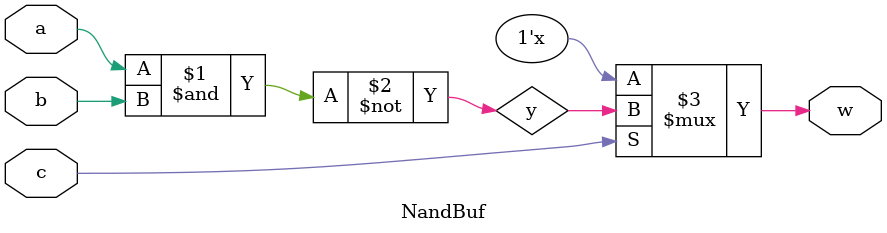
<source format=v>
`timescale 1ns/1ns

module NandBuf(input a,b,c , output w);
    wire y;
    nand #(10,8) (y,a,b);
    bufif1 #(5,6,12) (w,y,c);
endmodule
//5->to1(worst to1 pmos) , 6->to0(worst to0 pmos) , 12->toZ(c=0 so buf doesn't conduct anything and delay comes from nand)

</source>
